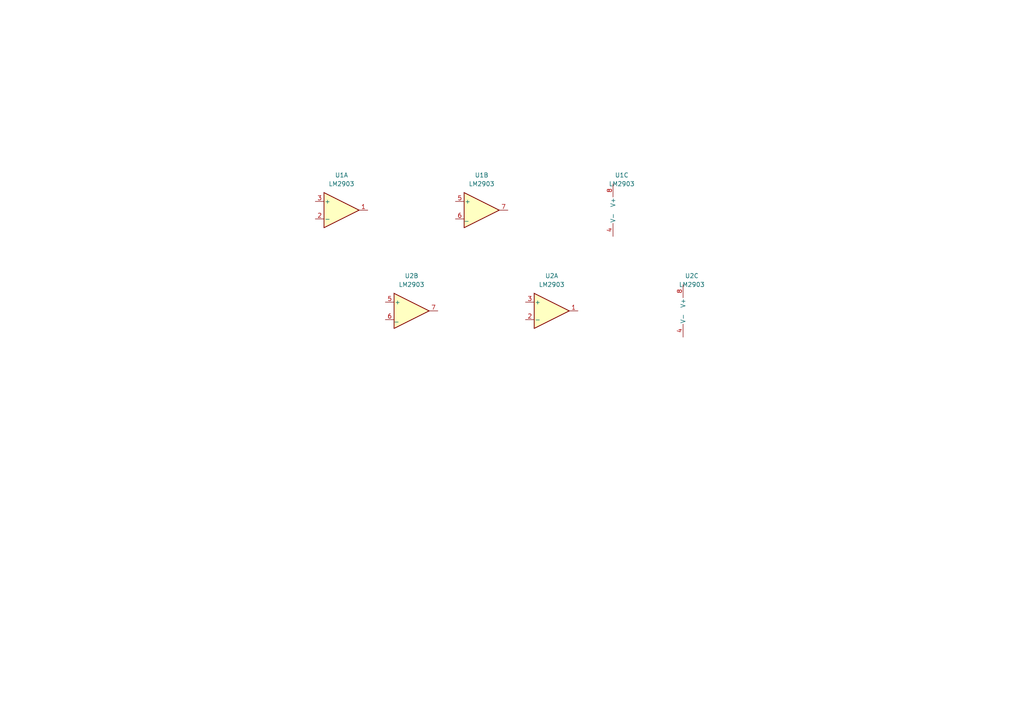
<source format=kicad_sch>
(kicad_sch (version 20211123) (generator eeschema)
  (paper "A4")
  (lib_symbols
    (symbol "Comparator:LM2903" (pin_names (offset 0.127))
      (property "Reference" "U" (at 3.81 3.81 0))
      (property "Value" "LM2903" (at 6.35 -3.81 0))
      (symbol "LM2903_1_1"
        (polyline (pts (xy -5.08 5.08) (xy 5.08 0) (xy -5.08 -5.08) (xy -5.08 5.08)) (stroke (width 0.254)) (fill (type background)))
        (pin open_collector line (at 7.62 0 180) (length 2.54) (name "~") (number "1"))
        (pin input line (at -7.62 -2.54 0) (length 2.54) (name "-") (number "2"))
        (pin input line (at -7.62 2.54 0) (length 2.54) (name "+") (number "3"))
      )
      (symbol "LM2903_2_1"
        (polyline (pts (xy -5.08 5.08) (xy 5.08 0) (xy -5.08 -5.08) (xy -5.08 5.08)) (stroke (width 0.254)) (fill (type background)))
        (pin input line (at -7.62 2.54 0) (length 2.54) (name "+") (number "5"))
        (pin input line (at -7.62 -2.54 0) (length 2.54) (name "_") (number "6"))
        (pin open_collector line (at 7.62 0 180) (length 2.54) (name "~") (number "7"))
      )
      (symbol "LM2903_3_1"
        (pin power_in line (at -2.54 -7.62 90) (length 3.81) (name "V-") (number "4"))
        (pin power_in line (at -2.54 7.62 270) (length 3.81) (name "V+") (number "8"))
      )
    )
  )
  (symbol (lib_id "Comparator:LM2903") (at 99.06 60.96 0) (unit 1)
    (property "Reference" "U1" (at 99.06 50.8 0))
    (property "Value" "LM2903" (at 99.06 53.34 0))
    (property "Datasheet" "http://www.ti.com/lit/ds/symlink/lm393.pdf" (effects hide))
  )
  (symbol (lib_id "Comparator:LM2903") (at 119.38 90.17 0) (unit 2)
    (property "Reference" "U2" (at 119.38 80.01 0))
    (property "Value" "LM2903" (at 119.38 82.55 0))
    (property "Datasheet" "http://www.ti.com/lit/ds/symlink/lm393.pdf" (effects hide))
  )
  (symbol (lib_id "Comparator:LM2903") (at 139.7 60.96 0) (unit 2)
    (property "Reference" "U1" (at 139.7 50.8 0))
    (property "Value" "LM2903" (at 139.7 53.34 0))
    (property "Datasheet" "http://www.ti.com/lit/ds/symlink/lm393.pdf" (effects hide))
  )
  (symbol (lib_id "Comparator:LM2903") (at 160.02 90.17 0) (unit 1)
    (property "Reference" "U2" (at 160.02 80.01 0))
    (property "Value" "LM2903" (at 160.02 82.55 0))
    (property "Datasheet" "http://www.ti.com/lit/ds/symlink/lm393.pdf" (effects hide))
  )
  (symbol (lib_id "Comparator:LM2903") (at 180.34 60.96 0) (unit 3)
    (property "Reference" "U1" (at 180.34 50.8 0))
    (property "Value" "LM2903" (at 180.34 53.34 0))
    (property "Datasheet" "http://www.ti.com/lit/ds/symlink/lm393.pdf" (effects hide))
  )
  (symbol (lib_id "Comparator:LM2903") (at 200.66 90.17 0) (unit 3)
    (property "Reference" "U2" (at 200.66 80.01 0))
    (property "Value" "LM2903" (at 200.66 82.55 0))
    (property "Datasheet" "http://www.ti.com/lit/ds/symlink/lm393.pdf" (effects hide))
  )
)
</source>
